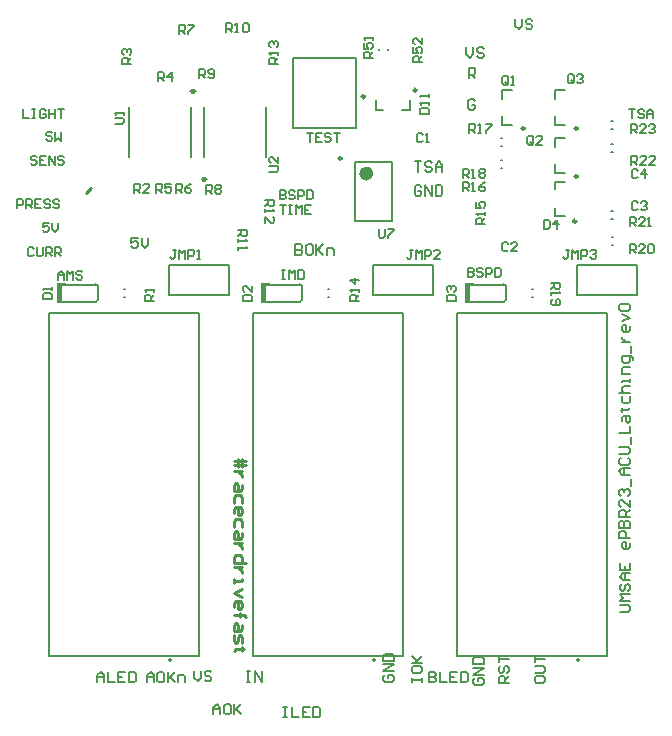
<source format=gto>
G04*
G04 #@! TF.GenerationSoftware,Altium Limited,Altium Designer,22.11.1 (43)*
G04*
G04 Layer_Color=65535*
%FSLAX23Y23*%
%MOIN*%
G70*
G04*
G04 #@! TF.SameCoordinates,04B4AB74-AA84-4CEB-9DF3-F5B4E246035C*
G04*
G04*
G04 #@! TF.FilePolarity,Positive*
G04*
G01*
G75*
%ADD10C,0.010*%
%ADD11C,0.010*%
%ADD12C,0.024*%
%ADD13C,0.008*%
%ADD14C,0.008*%
%ADD15C,0.006*%
%ADD16C,0.005*%
%ADD17C,0.009*%
%ADD18C,0.007*%
%ADD19R,0.026X0.007*%
%ADD20R,0.018X0.067*%
%ADD21R,0.023X0.007*%
D10*
X5804Y4670D02*
G03*
X5804Y4670I-5J0D01*
G01*
X4875Y4350D02*
X4890Y4365D01*
D11*
X6514Y4564D02*
G03*
X6514Y4564I-5J0D01*
G01*
X5977Y4692D02*
G03*
X5977Y4692I-5J0D01*
G01*
X5727Y4464D02*
G03*
X5727Y4464I-5J0D01*
G01*
X6337Y4564D02*
G03*
X6337Y4564I-5J0D01*
G01*
X6514Y4404D02*
G03*
X6514Y4404I-5J0D01*
G01*
X6509Y4255D02*
G03*
X6509Y4255I-5J0D01*
G01*
D12*
X5821Y4414D02*
G03*
X5821Y4414I-12J0D01*
G01*
D13*
X4916Y4036D02*
G03*
X4907Y4044I-9J0D01*
G01*
Y3986D02*
G03*
X4916Y3994I0J9D01*
G01*
X4798Y4044D02*
G03*
X4790Y4036I0J-9D01*
G01*
Y3994D02*
G03*
X4798Y3986I9J0D01*
G01*
X6150Y3994D02*
G03*
X6158Y3986I9J0D01*
G01*
Y4044D02*
G03*
X6150Y4036I0J-9D01*
G01*
X6267Y3986D02*
G03*
X6276Y3994I0J9D01*
G01*
Y4036D02*
G03*
X6267Y4044I-9J0D01*
G01*
X5470Y3994D02*
G03*
X5478Y3986I9J0D01*
G01*
Y4044D02*
G03*
X5470Y4036I0J-9D01*
G01*
X5587Y3986D02*
G03*
X5596Y3994I0J9D01*
G01*
Y4036D02*
G03*
X5587Y4044I-9J0D01*
G01*
X4798D02*
X4907D01*
X4798Y3986D02*
X4907D01*
X4916Y3994D02*
Y4036D01*
X4790Y3994D02*
Y4036D01*
X6150Y3994D02*
Y4036D01*
X6276Y3994D02*
Y4036D01*
X6158Y3986D02*
X6267D01*
X6158Y4044D02*
X6267D01*
X5470Y3994D02*
Y4036D01*
X5596Y3994D02*
Y4036D01*
X5478Y3986D02*
X5587D01*
X5478Y4044D02*
X5587D01*
D14*
X6519Y2792D02*
G03*
X6519Y2792I-4J0D01*
G01*
X5839D02*
G03*
X5839Y2792I-4J0D01*
G01*
X5159D02*
G03*
X5159Y2792I-4J0D01*
G01*
X5853Y4825D02*
Y4829D01*
X5881Y4825D02*
Y4829D01*
X6437Y4663D02*
Y4694D01*
X6473D01*
X6437Y4576D02*
Y4607D01*
Y4576D02*
X6473D01*
X5840Y4627D02*
X5866D01*
X5840D02*
Y4659D01*
X5929Y4627D02*
X5955D01*
Y4659D01*
X5770Y4257D02*
X5896D01*
X5770Y4453D02*
X5896D01*
Y4257D02*
Y4453D01*
X5770Y4257D02*
Y4453D01*
X6513Y4010D02*
Y4110D01*
X6713D01*
Y4010D02*
Y4110D01*
X6513Y4010D02*
X6713D01*
X5833D02*
Y4110D01*
X6033D01*
Y4010D02*
Y4110D01*
X5833Y4010D02*
X6033D01*
X5153D02*
Y4110D01*
X5353D01*
Y4010D02*
Y4110D01*
X5153Y4010D02*
X5353D01*
X6361Y4029D02*
X6365D01*
X6361Y4001D02*
X6365D01*
X5001Y4029D02*
X5005D01*
X5001Y4001D02*
X5005D01*
X5681Y4029D02*
X5685D01*
X5681Y4001D02*
X5685D01*
X6260Y4576D02*
X6296D01*
X6260D02*
Y4607D01*
Y4694D02*
X6296D01*
X6260Y4663D02*
Y4694D01*
X6626Y4561D02*
X6630D01*
X6626Y4589D02*
X6630D01*
X6259Y4459D02*
X6263D01*
X6259Y4431D02*
X6263D01*
X6258Y4506D02*
X6262D01*
X6258Y4534D02*
X6262D01*
X6626Y4261D02*
X6630D01*
X6626Y4289D02*
X6630D01*
X6437Y4416D02*
X6473D01*
X6437D02*
Y4447D01*
Y4534D02*
X6473D01*
X6437Y4503D02*
Y4534D01*
X6626Y4514D02*
X6630D01*
X6626Y4486D02*
X6630D01*
X6439Y4273D02*
X6471D01*
X6439D02*
Y4299D01*
Y4387D02*
X6471D01*
X6439Y4361D02*
Y4387D01*
X6628Y4176D02*
X6632D01*
X6628Y4204D02*
X6632D01*
D15*
X5564Y4565D02*
X5774D01*
Y4800D01*
X5564D02*
X5774D01*
X5564Y4565D02*
Y4800D01*
X5225Y4469D02*
Y4636D01*
X5018Y4469D02*
Y4636D01*
X5475Y4469D02*
Y4636D01*
X5268Y4469D02*
Y4636D01*
X5521Y4359D02*
Y4329D01*
X5536D01*
X5541Y4334D01*
Y4339D01*
X5536Y4344D01*
X5521D01*
X5536D01*
X5541Y4349D01*
Y4354D01*
X5536Y4359D01*
X5521D01*
X5571Y4354D02*
X5566Y4359D01*
X5556D01*
X5551Y4354D01*
Y4349D01*
X5556Y4344D01*
X5566D01*
X5571Y4339D01*
Y4334D01*
X5566Y4329D01*
X5556D01*
X5551Y4334D01*
X5581Y4329D02*
Y4359D01*
X5596D01*
X5601Y4354D01*
Y4344D01*
X5596Y4339D01*
X5581D01*
X5611Y4359D02*
Y4329D01*
X5626D01*
X5631Y4334D01*
Y4354D01*
X5626Y4359D01*
X5611D01*
X5521Y4309D02*
X5541D01*
X5531D01*
Y4279D01*
X5551Y4309D02*
X5561D01*
X5556D01*
Y4279D01*
X5551D01*
X5561D01*
X5576D02*
Y4309D01*
X5586Y4299D01*
X5596Y4309D01*
Y4279D01*
X5626Y4309D02*
X5606D01*
Y4279D01*
X5626D01*
X5606Y4294D02*
X5616D01*
X5850Y4230D02*
Y4205D01*
X5855Y4200D01*
X5865D01*
X5870Y4205D01*
Y4230D01*
X5880D02*
X5900D01*
Y4225D01*
X5880Y4205D01*
Y4200D01*
X5988Y4613D02*
X6018D01*
Y4628D01*
X6013Y4633D01*
X5993D01*
X5988Y4628D01*
Y4613D01*
X6018Y4643D02*
Y4653D01*
Y4648D01*
X5988D01*
X5993Y4643D01*
X6018Y4668D02*
Y4678D01*
Y4673D01*
X5988D01*
X5993Y4668D01*
X5997Y4544D02*
X5992Y4549D01*
X5982D01*
X5977Y4544D01*
Y4524D01*
X5982Y4519D01*
X5992D01*
X5997Y4524D01*
X6007Y4519D02*
X6017D01*
X6012D01*
Y4549D01*
X6007Y4544D01*
X5996Y4785D02*
X5966D01*
Y4800D01*
X5971Y4805D01*
X5981D01*
X5986Y4800D01*
Y4785D01*
Y4795D02*
X5996Y4805D01*
X5966Y4835D02*
Y4815D01*
X5981D01*
X5976Y4825D01*
Y4830D01*
X5981Y4835D01*
X5991D01*
X5996Y4830D01*
Y4820D01*
X5991Y4815D01*
X5996Y4865D02*
Y4845D01*
X5976Y4865D01*
X5971D01*
X5966Y4860D01*
Y4850D01*
X5971Y4845D01*
X5830Y4800D02*
X5800D01*
Y4815D01*
X5805Y4820D01*
X5815D01*
X5820Y4815D01*
Y4800D01*
Y4810D02*
X5830Y4820D01*
X5800Y4850D02*
Y4830D01*
X5815D01*
X5810Y4840D01*
Y4845D01*
X5815Y4850D01*
X5825D01*
X5830Y4845D01*
Y4835D01*
X5825Y4830D01*
X5830Y4860D02*
Y4870D01*
Y4865D01*
X5800D01*
X5805Y4860D01*
D16*
X6113Y2806D02*
Y3948D01*
X6613D01*
Y2806D02*
Y3948D01*
X6113Y2806D02*
X6613D01*
X5433D02*
Y3948D01*
X5933D01*
Y2806D02*
Y3948D01*
X5433Y2806D02*
X5933D01*
X4753D02*
Y3948D01*
X5253D01*
Y2806D02*
Y3948D01*
X4753Y2806D02*
X5253D01*
D17*
X5368Y3455D02*
X5408D01*
Y3442D02*
X5368D01*
X5395Y3462D02*
Y3442D01*
Y3435D01*
X5381Y3462D02*
Y3435D01*
X5395Y3422D02*
X5368D01*
X5381D01*
X5388Y3415D01*
X5395Y3409D01*
Y3402D01*
Y3375D02*
Y3362D01*
X5388Y3355D01*
X5368D01*
Y3375D01*
X5375Y3382D01*
X5381Y3375D01*
Y3355D01*
X5395Y3315D02*
Y3335D01*
X5388Y3342D01*
X5375D01*
X5368Y3335D01*
Y3315D01*
Y3282D02*
Y3295D01*
X5375Y3302D01*
X5388D01*
X5395Y3295D01*
Y3282D01*
X5388Y3275D01*
X5381D01*
Y3302D01*
X5395Y3235D02*
Y3255D01*
X5388Y3262D01*
X5375D01*
X5368Y3255D01*
Y3235D01*
X5395Y3215D02*
Y3202D01*
X5388Y3195D01*
X5368D01*
Y3215D01*
X5375Y3222D01*
X5381Y3215D01*
Y3195D01*
X5395Y3182D02*
X5368D01*
X5381D01*
X5388Y3175D01*
X5395Y3169D01*
Y3162D01*
X5408Y3115D02*
X5368D01*
Y3135D01*
X5375Y3142D01*
X5388D01*
X5395Y3135D01*
Y3115D01*
Y3102D02*
X5368D01*
X5381D01*
X5388Y3095D01*
X5395Y3089D01*
Y3082D01*
X5368Y3062D02*
Y3049D01*
Y3055D01*
X5395D01*
Y3062D01*
Y3029D02*
X5368Y3015D01*
X5395Y3002D01*
X5368Y2969D02*
Y2982D01*
X5375Y2989D01*
X5388D01*
X5395Y2982D01*
Y2969D01*
X5388Y2962D01*
X5381D01*
Y2989D01*
X5368Y2942D02*
X5401D01*
X5388D01*
Y2949D01*
Y2936D01*
Y2942D01*
X5401D01*
X5408Y2936D01*
X5395Y2909D02*
Y2896D01*
X5388Y2889D01*
X5368D01*
Y2909D01*
X5375Y2916D01*
X5381Y2909D01*
Y2889D01*
X5368Y2876D02*
Y2856D01*
X5375Y2849D01*
X5381Y2856D01*
Y2869D01*
X5388Y2876D01*
X5395Y2869D01*
Y2849D01*
X5401Y2829D02*
X5395D01*
Y2836D01*
Y2822D01*
Y2829D01*
X5375D01*
X5368Y2822D01*
D18*
X4665Y4629D02*
Y4599D01*
X4685D01*
X4695Y4629D02*
X4705D01*
X4700D01*
Y4599D01*
X4695D01*
X4705D01*
X4740Y4624D02*
X4735Y4629D01*
X4725D01*
X4720Y4624D01*
Y4604D01*
X4725Y4599D01*
X4735D01*
X4740Y4604D01*
Y4614D01*
X4730D01*
X4750Y4629D02*
Y4599D01*
Y4614D01*
X4770D01*
Y4629D01*
Y4599D01*
X4780Y4629D02*
X4800D01*
X4790D01*
Y4599D01*
X5240Y4688D02*
X5223D01*
X5236Y4695D02*
X5227Y4681D01*
X5236D02*
X5227Y4695D01*
X4762Y4548D02*
X4757Y4553D01*
X4747D01*
X4742Y4548D01*
Y4543D01*
X4747Y4538D01*
X4757D01*
X4762Y4533D01*
Y4528D01*
X4757Y4523D01*
X4747D01*
X4742Y4528D01*
X4772Y4553D02*
Y4523D01*
X4782Y4533D01*
X4792Y4523D01*
Y4553D01*
X5871Y2743D02*
X5865Y2737D01*
Y2726D01*
X5871Y2720D01*
X5894D01*
X5900Y2726D01*
Y2737D01*
X5894Y2743D01*
X5883D01*
Y2732D01*
X5900Y2755D02*
X5865D01*
X5900Y2778D01*
X5865D01*
Y2790D02*
X5900D01*
Y2807D01*
X5894Y2813D01*
X5871D01*
X5865Y2807D01*
Y2790D01*
X6305Y4930D02*
Y4907D01*
X6317Y4895D01*
X6328Y4907D01*
Y4930D01*
X6363Y4924D02*
X6357Y4930D01*
X6346D01*
X6340Y4924D01*
Y4918D01*
X6346Y4912D01*
X6357D01*
X6363Y4907D01*
Y4901D01*
X6357Y4895D01*
X6346D01*
X6340Y4901D01*
X5573Y4178D02*
Y4143D01*
X5590D01*
X5596Y4149D01*
Y4155D01*
X5590Y4160D01*
X5573D01*
X5590D01*
X5596Y4166D01*
Y4172D01*
X5590Y4178D01*
X5573D01*
X5625D02*
X5614D01*
X5608Y4172D01*
Y4149D01*
X5614Y4143D01*
X5625D01*
X5631Y4149D01*
Y4172D01*
X5625Y4178D01*
X5643D02*
Y4143D01*
Y4155D01*
X5666Y4178D01*
X5649Y4160D01*
X5666Y4143D01*
X5678D02*
Y4166D01*
X5695D01*
X5701Y4160D01*
Y4143D01*
X4645Y4299D02*
Y4329D01*
X4660D01*
X4665Y4324D01*
Y4314D01*
X4660Y4309D01*
X4645D01*
X4675Y4299D02*
Y4329D01*
X4690D01*
X4695Y4324D01*
Y4314D01*
X4690Y4309D01*
X4675D01*
X4685D02*
X4695Y4299D01*
X4725Y4329D02*
X4705D01*
Y4299D01*
X4725D01*
X4705Y4314D02*
X4715D01*
X4755Y4324D02*
X4750Y4329D01*
X4740D01*
X4735Y4324D01*
Y4319D01*
X4740Y4314D01*
X4750D01*
X4755Y4309D01*
Y4304D01*
X4750Y4299D01*
X4740D01*
X4735Y4304D01*
X4785Y4324D02*
X4780Y4329D01*
X4770D01*
X4765Y4324D01*
Y4319D01*
X4770Y4314D01*
X4780D01*
X4785Y4309D01*
Y4304D01*
X4780Y4299D01*
X4770D01*
X4765Y4304D01*
X5299Y2611D02*
Y2634D01*
X5311Y2646D01*
X5322Y2634D01*
Y2611D01*
Y2628D01*
X5299D01*
X5351Y2646D02*
X5340D01*
X5334Y2640D01*
Y2617D01*
X5340Y2611D01*
X5351D01*
X5357Y2617D01*
Y2640D01*
X5351Y2646D01*
X5369D02*
Y2611D01*
Y2623D01*
X5392Y2646D01*
X5375Y2628D01*
X5392Y2611D01*
X6654Y2953D02*
X6683D01*
X6689Y2959D01*
Y2970D01*
X6683Y2976D01*
X6654D01*
X6689Y2988D02*
X6654D01*
X6666Y3000D01*
X6654Y3011D01*
X6689D01*
X6660Y3046D02*
X6654Y3040D01*
Y3029D01*
X6660Y3023D01*
X6666D01*
X6672Y3029D01*
Y3040D01*
X6677Y3046D01*
X6683D01*
X6689Y3040D01*
Y3029D01*
X6683Y3023D01*
X6689Y3058D02*
X6666D01*
X6654Y3070D01*
X6666Y3081D01*
X6689D01*
X6672D01*
Y3058D01*
X6654Y3116D02*
Y3093D01*
X6689D01*
Y3116D01*
X6672Y3093D02*
Y3105D01*
X6687Y3181D02*
Y3170D01*
X6681Y3164D01*
X6669D01*
X6663Y3170D01*
Y3181D01*
X6669Y3187D01*
X6675D01*
Y3164D01*
X6687Y3199D02*
X6652D01*
Y3216D01*
X6657Y3222D01*
X6669D01*
X6675Y3216D01*
Y3199D01*
X6652Y3234D02*
X6687D01*
Y3251D01*
X6681Y3257D01*
X6675D01*
X6669Y3251D01*
Y3234D01*
Y3251D01*
X6663Y3257D01*
X6657D01*
X6652Y3251D01*
Y3234D01*
X6687Y3269D02*
X6652D01*
Y3286D01*
X6657Y3292D01*
X6669D01*
X6675Y3286D01*
Y3269D01*
Y3281D02*
X6687Y3292D01*
Y3327D02*
Y3304D01*
X6663Y3327D01*
X6657D01*
X6652Y3321D01*
Y3310D01*
X6657Y3304D01*
Y3339D02*
X6652Y3345D01*
Y3356D01*
X6657Y3362D01*
X6663D01*
X6669Y3356D01*
Y3351D01*
Y3356D01*
X6675Y3362D01*
X6681D01*
X6687Y3356D01*
Y3345D01*
X6681Y3339D01*
X6692Y3374D02*
Y3397D01*
X6687Y3409D02*
X6663D01*
X6652Y3421D01*
X6663Y3432D01*
X6687D01*
X6669D01*
Y3409D01*
X6657Y3467D02*
X6652Y3461D01*
Y3450D01*
X6657Y3444D01*
X6681D01*
X6687Y3450D01*
Y3461D01*
X6681Y3467D01*
X6652Y3479D02*
X6681D01*
X6687Y3485D01*
Y3496D01*
X6681Y3502D01*
X6652D01*
X6692Y3514D02*
Y3537D01*
X6652Y3549D02*
X6687D01*
Y3572D01*
X6663Y3590D02*
Y3601D01*
X6669Y3607D01*
X6687D01*
Y3590D01*
X6681Y3584D01*
X6675Y3590D01*
Y3607D01*
X6657Y3625D02*
X6663D01*
Y3619D01*
Y3631D01*
Y3625D01*
X6681D01*
X6687Y3631D01*
X6663Y3671D02*
Y3654D01*
X6669Y3648D01*
X6681D01*
X6687Y3654D01*
Y3671D01*
X6652Y3683D02*
X6687D01*
X6669D01*
X6663Y3689D01*
Y3700D01*
X6669Y3706D01*
X6687D01*
Y3718D02*
Y3730D01*
Y3724D01*
X6663D01*
Y3718D01*
X6687Y3747D02*
X6663D01*
Y3765D01*
X6669Y3770D01*
X6687D01*
X6698Y3794D02*
Y3800D01*
X6692Y3805D01*
X6663D01*
Y3788D01*
X6669Y3782D01*
X6681D01*
X6687Y3788D01*
Y3805D01*
X6692Y3817D02*
Y3840D01*
X6663Y3852D02*
X6687D01*
X6675D01*
X6669Y3858D01*
X6663Y3864D01*
Y3870D01*
X6687Y3905D02*
Y3893D01*
X6681Y3887D01*
X6669D01*
X6663Y3893D01*
Y3905D01*
X6669Y3910D01*
X6675D01*
Y3887D01*
X6663Y3922D02*
X6687Y3934D01*
X6663Y3945D01*
X6657Y3957D02*
X6652Y3963D01*
Y3975D01*
X6657Y3980D01*
X6681D01*
X6687Y3975D01*
Y3963D01*
X6681Y3957D01*
X6657D01*
X5235Y2756D02*
Y2733D01*
X5247Y2721D01*
X5258Y2733D01*
Y2756D01*
X5293Y2751D02*
X5287Y2756D01*
X5276D01*
X5270Y2751D01*
Y2745D01*
X5276Y2739D01*
X5287D01*
X5293Y2733D01*
Y2727D01*
X5287Y2721D01*
X5276D01*
X5270Y2727D01*
X5078Y2718D02*
Y2741D01*
X5090Y2753D01*
X5101Y2741D01*
Y2718D01*
Y2735D01*
X5078D01*
X5130Y2753D02*
X5119D01*
X5113Y2747D01*
Y2724D01*
X5119Y2718D01*
X5130D01*
X5136Y2724D01*
Y2747D01*
X5130Y2753D01*
X5148D02*
Y2718D01*
Y2730D01*
X5171Y2753D01*
X5154Y2735D01*
X5171Y2718D01*
X5183D02*
Y2741D01*
X5200D01*
X5206Y2735D01*
Y2718D01*
X4912D02*
Y2741D01*
X4924Y2753D01*
X4936Y2741D01*
Y2718D01*
Y2735D01*
X4912D01*
X4947Y2753D02*
Y2718D01*
X4971D01*
X5006Y2753D02*
X4982D01*
Y2718D01*
X5006D01*
X4982Y2735D02*
X4994D01*
X5017Y2753D02*
Y2718D01*
X5035D01*
X5041Y2724D01*
Y2747D01*
X5035Y2753D01*
X5017D01*
X5410Y2755D02*
X5422D01*
X5416D01*
Y2720D01*
X5410D01*
X5422D01*
X5439D02*
Y2755D01*
X5462Y2720D01*
Y2755D01*
X5533Y2636D02*
X5545D01*
X5539D01*
Y2601D01*
X5533D01*
X5545D01*
X5562Y2636D02*
Y2601D01*
X5585D01*
X5620Y2636D02*
X5597D01*
Y2601D01*
X5620D01*
X5597Y2618D02*
X5609D01*
X5632Y2636D02*
Y2601D01*
X5650D01*
X5655Y2607D01*
Y2630D01*
X5650Y2636D01*
X5632D01*
X5960Y2720D02*
Y2732D01*
Y2726D01*
X5995D01*
Y2720D01*
Y2732D01*
X5960Y2767D02*
Y2755D01*
X5966Y2749D01*
X5989D01*
X5995Y2755D01*
Y2767D01*
X5989Y2772D01*
X5966D01*
X5960Y2767D01*
Y2784D02*
X5995D01*
X5983D01*
X5960Y2807D01*
X5978Y2790D01*
X5995Y2807D01*
X6019Y2753D02*
Y2718D01*
X6036D01*
X6042Y2724D01*
Y2730D01*
X6036Y2735D01*
X6019D01*
X6036D01*
X6042Y2741D01*
Y2747D01*
X6036Y2753D01*
X6019D01*
X6054D02*
Y2718D01*
X6077D01*
X6112Y2753D02*
X6089D01*
Y2718D01*
X6112D01*
X6089Y2735D02*
X6101D01*
X6124Y2753D02*
Y2718D01*
X6141D01*
X6147Y2724D01*
Y2747D01*
X6141Y2753D01*
X6124D01*
X6171Y2732D02*
X6165Y2726D01*
Y2715D01*
X6171Y2709D01*
X6194D01*
X6200Y2715D01*
Y2726D01*
X6194Y2732D01*
X6183D01*
Y2721D01*
X6200Y2744D02*
X6165D01*
X6200Y2767D01*
X6165D01*
Y2779D02*
X6200D01*
Y2796D01*
X6194Y2802D01*
X6171D01*
X6165Y2796D01*
Y2779D01*
X6285Y2715D02*
X6250D01*
Y2732D01*
X6256Y2738D01*
X6268D01*
X6273Y2732D01*
Y2715D01*
Y2727D02*
X6285Y2738D01*
X6256Y2773D02*
X6250Y2767D01*
Y2756D01*
X6256Y2750D01*
X6262D01*
X6268Y2756D01*
Y2767D01*
X6273Y2773D01*
X6279D01*
X6285Y2767D01*
Y2756D01*
X6279Y2750D01*
X6250Y2785D02*
Y2808D01*
Y2797D01*
X6285D01*
X6370Y2732D02*
Y2721D01*
X6376Y2715D01*
X6399D01*
X6405Y2721D01*
Y2732D01*
X6399Y2738D01*
X6376D01*
X6370Y2732D01*
Y2750D02*
X6399D01*
X6405Y2756D01*
Y2767D01*
X6399Y2773D01*
X6370D01*
Y2785D02*
Y2808D01*
Y2797D01*
X6405D01*
X6143Y4835D02*
Y4812D01*
X6154Y4800D01*
X6166Y4812D01*
Y4835D01*
X6201Y4829D02*
X6195Y4835D01*
X6184D01*
X6178Y4829D01*
Y4823D01*
X6184Y4817D01*
X6195D01*
X6201Y4812D01*
Y4806D01*
X6195Y4800D01*
X6184D01*
X6178Y4806D01*
X5993Y4369D02*
X5987Y4375D01*
X5976D01*
X5970Y4369D01*
Y4346D01*
X5976Y4340D01*
X5987D01*
X5993Y4346D01*
Y4357D01*
X5982D01*
X6005Y4340D02*
Y4375D01*
X6028Y4340D01*
Y4375D01*
X6040D02*
Y4340D01*
X6057D01*
X6063Y4346D01*
Y4369D01*
X6057Y4375D01*
X6040D01*
X6150Y4733D02*
Y4767D01*
X6167D01*
X6173Y4762D01*
Y4750D01*
X6167Y4744D01*
X6150D01*
X6162D02*
X6173Y4733D01*
X6172Y4656D02*
X6166Y4662D01*
X6154D01*
X6148Y4656D01*
Y4633D01*
X6154Y4627D01*
X6166D01*
X6172Y4633D01*
Y4644D01*
X6160D01*
X5970Y4455D02*
X5993D01*
X5982D01*
Y4420D01*
X6028Y4449D02*
X6022Y4455D01*
X6011D01*
X6005Y4449D01*
Y4443D01*
X6011Y4437D01*
X6022D01*
X6028Y4432D01*
Y4426D01*
X6022Y4420D01*
X6011D01*
X6005Y4426D01*
X6040Y4420D02*
Y4443D01*
X6052Y4455D01*
X6063Y4443D01*
Y4420D01*
Y4437D01*
X6040D01*
X4711Y4468D02*
X4706Y4473D01*
X4696D01*
X4691Y4468D01*
Y4463D01*
X4696Y4458D01*
X4706D01*
X4711Y4453D01*
Y4448D01*
X4706Y4443D01*
X4696D01*
X4691Y4448D01*
X4741Y4473D02*
X4721D01*
Y4443D01*
X4741D01*
X4721Y4458D02*
X4731D01*
X4751Y4443D02*
Y4473D01*
X4771Y4443D01*
Y4473D01*
X4801Y4468D02*
X4796Y4473D01*
X4786D01*
X4781Y4468D01*
Y4463D01*
X4786Y4458D01*
X4796D01*
X4801Y4453D01*
Y4448D01*
X4796Y4443D01*
X4786D01*
X4781Y4448D01*
X4750Y4250D02*
X4730D01*
Y4235D01*
X4740Y4240D01*
X4745D01*
X4750Y4235D01*
Y4225D01*
X4745Y4220D01*
X4735D01*
X4730Y4225D01*
X4760Y4250D02*
Y4230D01*
X4770Y4220D01*
X4780Y4230D01*
Y4250D01*
X4700Y4163D02*
X4695Y4168D01*
X4685D01*
X4680Y4163D01*
Y4143D01*
X4685Y4138D01*
X4695D01*
X4700Y4143D01*
X4710Y4168D02*
Y4143D01*
X4715Y4138D01*
X4725D01*
X4730Y4143D01*
Y4168D01*
X4740Y4138D02*
Y4168D01*
X4755D01*
X4760Y4163D01*
Y4153D01*
X4755Y4148D01*
X4740D01*
X4750D02*
X4760Y4138D01*
X4770D02*
Y4168D01*
X4785D01*
X4790Y4163D01*
Y4153D01*
X4785Y4148D01*
X4770D01*
X4780D02*
X4790Y4138D01*
X5048Y4200D02*
X5025D01*
Y4182D01*
X5037Y4188D01*
X5042D01*
X5048Y4182D01*
Y4171D01*
X5042Y4165D01*
X5031D01*
X5025Y4171D01*
X5060Y4200D02*
Y4177D01*
X5072Y4165D01*
X5083Y4177D01*
Y4200D01*
X5260Y4397D02*
X5277D01*
X5264Y4390D02*
X5273Y4404D01*
X5264D02*
X5273Y4390D01*
X6500Y4720D02*
Y4740D01*
X6495Y4745D01*
X6485D01*
X6480Y4740D01*
Y4720D01*
X6485Y4715D01*
X6495D01*
X6490Y4725D02*
X6500Y4715D01*
X6495D02*
X6500Y4720D01*
X6510Y4740D02*
X6515Y4745D01*
X6525D01*
X6530Y4740D01*
Y4735D01*
X6525Y4730D01*
X6520D01*
X6525D01*
X6530Y4725D01*
Y4720D01*
X6525Y4715D01*
X6515D01*
X6510Y4720D01*
X4970Y4580D02*
X4995D01*
X5000Y4585D01*
Y4595D01*
X4995Y4600D01*
X4970D01*
X5000Y4610D02*
Y4620D01*
Y4615D01*
X4970D01*
X4975Y4610D01*
X5610Y4550D02*
X5630D01*
X5620D01*
Y4520D01*
X5660Y4550D02*
X5640D01*
Y4520D01*
X5660D01*
X5640Y4535D02*
X5650D01*
X5690Y4545D02*
X5685Y4550D01*
X5675D01*
X5670Y4545D01*
Y4540D01*
X5675Y4535D01*
X5685D01*
X5690Y4530D01*
Y4525D01*
X5685Y4520D01*
X5675D01*
X5670Y4525D01*
X5700Y4550D02*
X5720D01*
X5710D01*
Y4520D01*
X5485Y4420D02*
X5510D01*
X5515Y4425D01*
Y4435D01*
X5510Y4440D01*
X5485D01*
X5515Y4470D02*
Y4450D01*
X5495Y4470D01*
X5490D01*
X5485Y4465D01*
Y4455D01*
X5490Y4450D01*
X5343Y4885D02*
Y4915D01*
X5358D01*
X5363Y4910D01*
Y4900D01*
X5358Y4895D01*
X5343D01*
X5353D02*
X5363Y4885D01*
X5373D02*
X5383D01*
X5378D01*
Y4915D01*
X5373Y4910D01*
X5398D02*
X5403Y4915D01*
X5413D01*
X5418Y4910D01*
Y4890D01*
X5413Y4885D01*
X5403D01*
X5398Y4890D01*
Y4910D01*
X5275Y4346D02*
Y4376D01*
X5290D01*
X5295Y4371D01*
Y4361D01*
X5290Y4356D01*
X5275D01*
X5285D02*
X5295Y4346D01*
X5305Y4371D02*
X5310Y4376D01*
X5320D01*
X5325Y4371D01*
Y4366D01*
X5320Y4361D01*
X5325Y4356D01*
Y4351D01*
X5320Y4346D01*
X5310D01*
X5305Y4351D01*
Y4356D01*
X5310Y4361D01*
X5305Y4366D01*
Y4371D01*
X5310Y4361D02*
X5320D01*
X5025Y4780D02*
X4995D01*
Y4795D01*
X5000Y4800D01*
X5010D01*
X5015Y4795D01*
Y4780D01*
Y4790D02*
X5025Y4800D01*
X5000Y4810D02*
X4995Y4815D01*
Y4825D01*
X5000Y4830D01*
X5005D01*
X5010Y4825D01*
Y4820D01*
Y4825D01*
X5015Y4830D01*
X5020D01*
X5025Y4825D01*
Y4815D01*
X5020Y4810D01*
X5115Y4722D02*
Y4752D01*
X5130D01*
X5135Y4747D01*
Y4737D01*
X5130Y4732D01*
X5115D01*
X5125D02*
X5135Y4722D01*
X5160D02*
Y4752D01*
X5145Y4737D01*
X5165D01*
X5383Y4225D02*
X5413D01*
Y4210D01*
X5408Y4205D01*
X5398D01*
X5393Y4210D01*
Y4225D01*
Y4215D02*
X5383Y4205D01*
Y4195D02*
Y4185D01*
Y4190D01*
X5413D01*
X5408Y4195D01*
X5383Y4170D02*
Y4160D01*
Y4165D01*
X5413D01*
X5408Y4170D01*
X5109Y4350D02*
Y4380D01*
X5124D01*
X5129Y4375D01*
Y4365D01*
X5124Y4360D01*
X5109D01*
X5119D02*
X5129Y4350D01*
X5159Y4380D02*
X5139D01*
Y4365D01*
X5149Y4370D01*
X5154D01*
X5159Y4365D01*
Y4355D01*
X5154Y4350D01*
X5144D01*
X5139Y4355D01*
X5035Y4350D02*
Y4380D01*
X5050D01*
X5055Y4375D01*
Y4365D01*
X5050Y4360D01*
X5035D01*
X5045D02*
X5055Y4350D01*
X5085D02*
X5065D01*
X5085Y4370D01*
Y4375D01*
X5080Y4380D01*
X5070D01*
X5065Y4375D01*
X5473Y4325D02*
X5503D01*
Y4310D01*
X5498Y4305D01*
X5488D01*
X5483Y4310D01*
Y4325D01*
Y4315D02*
X5473Y4305D01*
Y4295D02*
Y4285D01*
Y4290D01*
X5503D01*
X5498Y4295D01*
X5473Y4250D02*
Y4270D01*
X5493Y4250D01*
X5498D01*
X5503Y4255D01*
Y4265D01*
X5498Y4270D01*
X5185Y4880D02*
Y4910D01*
X5200D01*
X5205Y4905D01*
Y4895D01*
X5200Y4890D01*
X5185D01*
X5195D02*
X5205Y4880D01*
X5215Y4910D02*
X5235D01*
Y4905D01*
X5215Y4885D01*
Y4880D01*
X5175Y4350D02*
Y4380D01*
X5190D01*
X5195Y4375D01*
Y4365D01*
X5190Y4360D01*
X5175D01*
X5185D02*
X5195Y4350D01*
X5225Y4380D02*
X5215Y4375D01*
X5205Y4365D01*
Y4355D01*
X5210Y4350D01*
X5220D01*
X5225Y4355D01*
Y4360D01*
X5220Y4365D01*
X5205D01*
X5253Y4733D02*
Y4762D01*
X5268D01*
X5273Y4757D01*
Y4747D01*
X5268Y4742D01*
X5253D01*
X5263D02*
X5273Y4733D01*
X5283Y4737D02*
X5288Y4733D01*
X5298D01*
X5303Y4737D01*
Y4757D01*
X5298Y4762D01*
X5288D01*
X5283Y4757D01*
Y4752D01*
X5288Y4747D01*
X5303D01*
X5515Y4780D02*
X5485D01*
Y4795D01*
X5490Y4800D01*
X5500D01*
X5505Y4795D01*
Y4780D01*
Y4790D02*
X5515Y4800D01*
Y4810D02*
Y4820D01*
Y4815D01*
X5485D01*
X5490Y4810D01*
Y4835D02*
X5485Y4840D01*
Y4850D01*
X5490Y4855D01*
X5495D01*
X5500Y4850D01*
Y4845D01*
Y4850D01*
X5505Y4855D01*
X5510D01*
X5515Y4850D01*
Y4840D01*
X5510Y4835D01*
X6485Y4160D02*
X6475D01*
X6480D01*
Y4135D01*
X6475Y4130D01*
X6470D01*
X6465Y4135D01*
X6495Y4130D02*
Y4160D01*
X6505Y4150D01*
X6515Y4160D01*
Y4130D01*
X6525D02*
Y4160D01*
X6540D01*
X6545Y4155D01*
Y4145D01*
X6540Y4140D01*
X6525D01*
X6555Y4155D02*
X6560Y4160D01*
X6570D01*
X6575Y4155D01*
Y4150D01*
X6570Y4145D01*
X6565D01*
X6570D01*
X6575Y4140D01*
Y4135D01*
X6570Y4130D01*
X6560D01*
X6555Y4135D01*
X5964Y4160D02*
X5954D01*
X5959D01*
Y4135D01*
X5954Y4130D01*
X5949D01*
X5944Y4135D01*
X5974Y4130D02*
Y4160D01*
X5984Y4150D01*
X5994Y4160D01*
Y4130D01*
X6004D02*
Y4160D01*
X6019D01*
X6024Y4155D01*
Y4145D01*
X6019Y4140D01*
X6004D01*
X6054Y4130D02*
X6034D01*
X6054Y4150D01*
Y4155D01*
X6049Y4160D01*
X6039D01*
X6034Y4155D01*
X5175Y4160D02*
X5165D01*
X5170D01*
Y4135D01*
X5165Y4130D01*
X5160D01*
X5155Y4135D01*
X5185Y4130D02*
Y4160D01*
X5195Y4150D01*
X5205Y4160D01*
Y4130D01*
X5215D02*
Y4160D01*
X5230D01*
X5235Y4155D01*
Y4145D01*
X5230Y4140D01*
X5215D01*
X5245Y4130D02*
X5255D01*
X5250D01*
Y4160D01*
X5245Y4155D01*
X6691Y4549D02*
Y4579D01*
X6706D01*
X6711Y4574D01*
Y4564D01*
X6706Y4559D01*
X6691D01*
X6701D02*
X6711Y4549D01*
X6741D02*
X6721D01*
X6741Y4569D01*
Y4574D01*
X6736Y4579D01*
X6726D01*
X6721Y4574D01*
X6751D02*
X6756Y4579D01*
X6766D01*
X6771Y4574D01*
Y4569D01*
X6766Y4564D01*
X6761D01*
X6766D01*
X6771Y4559D01*
Y4554D01*
X6766Y4549D01*
X6756D01*
X6751Y4554D01*
X6687Y4148D02*
Y4178D01*
X6702D01*
X6707Y4173D01*
Y4163D01*
X6702Y4158D01*
X6687D01*
X6697D02*
X6707Y4148D01*
X6737D02*
X6717D01*
X6737Y4168D01*
Y4173D01*
X6732Y4178D01*
X6722D01*
X6717Y4173D01*
X6747D02*
X6752Y4178D01*
X6762D01*
X6767Y4173D01*
Y4153D01*
X6762Y4148D01*
X6752D01*
X6747Y4153D01*
Y4173D01*
X6692Y4444D02*
Y4474D01*
X6707D01*
X6712Y4469D01*
Y4459D01*
X6707Y4454D01*
X6692D01*
X6702D02*
X6712Y4444D01*
X6742D02*
X6722D01*
X6742Y4464D01*
Y4469D01*
X6737Y4474D01*
X6727D01*
X6722Y4469D01*
X6772Y4444D02*
X6752D01*
X6772Y4464D01*
Y4469D01*
X6767Y4474D01*
X6757D01*
X6752Y4469D01*
X6205Y4245D02*
X6175D01*
Y4260D01*
X6180Y4265D01*
X6190D01*
X6195Y4260D01*
Y4245D01*
Y4255D02*
X6205Y4265D01*
Y4275D02*
Y4285D01*
Y4280D01*
X6175D01*
X6180Y4275D01*
X6175Y4320D02*
Y4300D01*
X6190D01*
X6185Y4310D01*
Y4315D01*
X6190Y4320D01*
X6200D01*
X6205Y4315D01*
Y4305D01*
X6200Y4300D01*
X6687Y4238D02*
Y4268D01*
X6702D01*
X6707Y4263D01*
Y4253D01*
X6702Y4248D01*
X6687D01*
X6697D02*
X6707Y4238D01*
X6737D02*
X6717D01*
X6737Y4258D01*
Y4263D01*
X6732Y4268D01*
X6722D01*
X6717Y4263D01*
X6747Y4238D02*
X6757D01*
X6752D01*
Y4268D01*
X6747Y4263D01*
X6130Y4355D02*
Y4385D01*
X6145D01*
X6150Y4380D01*
Y4370D01*
X6145Y4365D01*
X6130D01*
X6140D02*
X6150Y4355D01*
X6160D02*
X6170D01*
X6165D01*
Y4385D01*
X6160Y4380D01*
X6205Y4385D02*
X6195Y4380D01*
X6185Y4370D01*
Y4360D01*
X6190Y4355D01*
X6200D01*
X6205Y4360D01*
Y4365D01*
X6200Y4370D01*
X6185D01*
X6153Y4550D02*
Y4580D01*
X6168D01*
X6173Y4575D01*
Y4565D01*
X6168Y4560D01*
X6153D01*
X6163D02*
X6173Y4550D01*
X6183D02*
X6193D01*
X6188D01*
Y4580D01*
X6183Y4575D01*
X6208Y4580D02*
X6228D01*
Y4575D01*
X6208Y4555D01*
Y4550D01*
X6130Y4400D02*
Y4430D01*
X6145D01*
X6150Y4425D01*
Y4415D01*
X6145Y4410D01*
X6130D01*
X6140D02*
X6150Y4400D01*
X6160D02*
X6170D01*
X6165D01*
Y4430D01*
X6160Y4425D01*
X6185D02*
X6190Y4430D01*
X6200D01*
X6205Y4425D01*
Y4420D01*
X6200Y4415D01*
X6205Y4410D01*
Y4405D01*
X6200Y4400D01*
X6190D01*
X6185Y4405D01*
Y4410D01*
X6190Y4415D01*
X6185Y4420D01*
Y4425D01*
X6190Y4415D02*
X6200D01*
X6365Y4515D02*
Y4535D01*
X6360Y4540D01*
X6350D01*
X6345Y4535D01*
Y4515D01*
X6350Y4510D01*
X6360D01*
X6355Y4520D02*
X6365Y4510D01*
X6360D02*
X6365Y4515D01*
X6395Y4510D02*
X6375D01*
X6395Y4530D01*
Y4535D01*
X6390Y4540D01*
X6380D01*
X6375Y4535D01*
X6282Y4715D02*
Y4735D01*
X6277Y4740D01*
X6267D01*
X6262Y4735D01*
Y4715D01*
X6267Y4710D01*
X6277D01*
X6272Y4720D02*
X6282Y4710D01*
X6277D02*
X6282Y4715D01*
X6292Y4710D02*
X6302D01*
X6297D01*
Y4740D01*
X6292Y4735D01*
X6685Y4628D02*
X6705D01*
X6695D01*
Y4598D01*
X6735Y4623D02*
X6730Y4628D01*
X6720D01*
X6715Y4623D01*
Y4618D01*
X6720Y4613D01*
X6730D01*
X6735Y4608D01*
Y4603D01*
X6730Y4598D01*
X6720D01*
X6715Y4603D01*
X6745Y4598D02*
Y4618D01*
X6755Y4628D01*
X6765Y4618D01*
Y4598D01*
Y4613D01*
X6745D01*
X6400Y4260D02*
Y4230D01*
X6415D01*
X6420Y4235D01*
Y4255D01*
X6415Y4260D01*
X6400D01*
X6445Y4230D02*
Y4260D01*
X6430Y4245D01*
X6450D01*
X6714Y4316D02*
X6709Y4321D01*
X6699D01*
X6694Y4316D01*
Y4296D01*
X6699Y4291D01*
X6709D01*
X6714Y4296D01*
X6724Y4316D02*
X6729Y4321D01*
X6739D01*
X6744Y4316D01*
Y4311D01*
X6739Y4306D01*
X6734D01*
X6739D01*
X6744Y4301D01*
Y4296D01*
X6739Y4291D01*
X6729D01*
X6724Y4296D01*
X6282Y4180D02*
X6277Y4185D01*
X6267D01*
X6262Y4180D01*
Y4160D01*
X6267Y4155D01*
X6277D01*
X6282Y4160D01*
X6312Y4155D02*
X6292D01*
X6312Y4175D01*
Y4180D01*
X6307Y4185D01*
X6297D01*
X6292Y4180D01*
X6714Y4423D02*
X6709Y4428D01*
X6699D01*
X6694Y4423D01*
Y4403D01*
X6699Y4398D01*
X6709D01*
X6714Y4403D01*
X6739Y4398D02*
Y4428D01*
X6724Y4413D01*
X6744D01*
X6425Y4050D02*
X6455D01*
Y4035D01*
X6450Y4030D01*
X6440D01*
X6435Y4035D01*
Y4050D01*
Y4040D02*
X6425Y4030D01*
Y4020D02*
Y4010D01*
Y4015D01*
X6455D01*
X6450Y4020D01*
X6430Y3995D02*
X6425Y3990D01*
Y3980D01*
X6430Y3975D01*
X6450D01*
X6455Y3980D01*
Y3990D01*
X6450Y3995D01*
X6445D01*
X6440Y3990D01*
Y3975D01*
X5786Y3990D02*
X5756D01*
Y4005D01*
X5761Y4010D01*
X5771D01*
X5776Y4005D01*
Y3990D01*
Y4000D02*
X5786Y4010D01*
Y4020D02*
Y4030D01*
Y4025D01*
X5756D01*
X5761Y4020D01*
X5786Y4060D02*
X5756D01*
X5771Y4045D01*
Y4065D01*
X5100Y3990D02*
X5070D01*
Y4005D01*
X5075Y4010D01*
X5085D01*
X5090Y4005D01*
Y3990D01*
Y4000D02*
X5100Y4010D01*
Y4020D02*
Y4030D01*
Y4025D01*
X5070D01*
X5075Y4020D01*
X5528Y4091D02*
X5538D01*
X5533D01*
Y4061D01*
X5528D01*
X5538D01*
X5553D02*
Y4091D01*
X5563Y4081D01*
X5573Y4091D01*
Y4061D01*
X5583Y4091D02*
Y4061D01*
X5598D01*
X5603Y4066D01*
Y4086D01*
X5598Y4091D01*
X5583D01*
X6078Y3990D02*
X6108D01*
Y4005D01*
X6103Y4010D01*
X6083D01*
X6078Y4005D01*
Y3990D01*
X6083Y4020D02*
X6078Y4025D01*
Y4035D01*
X6083Y4040D01*
X6088D01*
X6093Y4035D01*
Y4030D01*
Y4035D01*
X6098Y4040D01*
X6103D01*
X6108Y4035D01*
Y4025D01*
X6103Y4020D01*
X5398Y3990D02*
X5428D01*
Y4005D01*
X5423Y4010D01*
X5403D01*
X5398Y4005D01*
Y3990D01*
X5428Y4040D02*
Y4020D01*
X5408Y4040D01*
X5403D01*
X5398Y4035D01*
Y4025D01*
X5403Y4020D01*
X4730Y3995D02*
X4760D01*
Y4010D01*
X4755Y4015D01*
X4735D01*
X4730Y4010D01*
Y3995D01*
X4760Y4025D02*
Y4035D01*
Y4030D01*
X4730D01*
X4735Y4025D01*
X6148Y4100D02*
Y4070D01*
X6163D01*
X6168Y4075D01*
Y4080D01*
X6163Y4085D01*
X6148D01*
X6163D01*
X6168Y4090D01*
Y4095D01*
X6163Y4100D01*
X6148D01*
X6198Y4095D02*
X6193Y4100D01*
X6183D01*
X6178Y4095D01*
Y4090D01*
X6183Y4085D01*
X6193D01*
X6198Y4080D01*
Y4075D01*
X6193Y4070D01*
X6183D01*
X6178Y4075D01*
X6208Y4070D02*
Y4100D01*
X6223D01*
X6228Y4095D01*
Y4085D01*
X6223Y4080D01*
X6208D01*
X6238Y4100D02*
Y4070D01*
X6253D01*
X6258Y4075D01*
Y4095D01*
X6253Y4100D01*
X6238D01*
X4783Y4060D02*
Y4080D01*
X4793Y4090D01*
X4803Y4080D01*
Y4060D01*
Y4075D01*
X4783D01*
X4813Y4060D02*
Y4090D01*
X4823Y4080D01*
X4833Y4090D01*
Y4060D01*
X4863Y4085D02*
X4858Y4090D01*
X4848D01*
X4843Y4085D01*
Y4080D01*
X4848Y4075D01*
X4858D01*
X4863Y4070D01*
Y4065D01*
X4858Y4060D01*
X4848D01*
X4843Y4065D01*
D19*
X4796Y4045D02*
D03*
X6156D02*
D03*
X5476D02*
D03*
D20*
X4784Y4015D02*
D03*
X6144D02*
D03*
X5464D02*
D03*
D21*
X4794Y3985D02*
D03*
X6154D02*
D03*
X5474D02*
D03*
M02*

</source>
